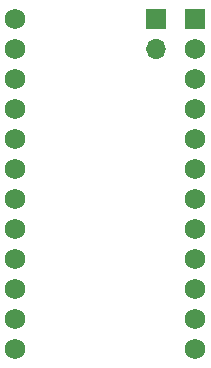
<source format=gbr>
G04 #@! TF.GenerationSoftware,KiCad,Pcbnew,(5.0.0)*
G04 #@! TF.CreationDate,2019-11-08T16:30:21-06:00*
G04 #@! TF.ProjectId,BlueMicro_LED_tester,426C75654D6963726F5F4C45445F7465,rev?*
G04 #@! TF.SameCoordinates,Original*
G04 #@! TF.FileFunction,Copper,L2,Bot,Signal*
G04 #@! TF.FilePolarity,Positive*
%FSLAX46Y46*%
G04 Gerber Fmt 4.6, Leading zero omitted, Abs format (unit mm)*
G04 Created by KiCad (PCBNEW (5.0.0)) date 11/08/19 16:30:21*
%MOMM*%
%LPD*%
G01*
G04 APERTURE LIST*
G04 #@! TA.AperFunction,ComponentPad*
%ADD10R,1.700000X1.700000*%
G04 #@! TD*
G04 #@! TA.AperFunction,ComponentPad*
%ADD11O,1.700000X1.700000*%
G04 #@! TD*
G04 #@! TA.AperFunction,ComponentPad*
%ADD12R,1.752600X1.752600*%
G04 #@! TD*
G04 #@! TA.AperFunction,ComponentPad*
%ADD13C,1.752600*%
G04 #@! TD*
G04 APERTURE END LIST*
D10*
G04 #@! TO.P,J1,1*
G04 #@! TO.N,Net-(D1-Pad2)*
X114300000Y-72390000D03*
D11*
G04 #@! TO.P,J1,2*
G04 #@! TO.N,Net-(J1-Pad2)*
X114300000Y-74930000D03*
G04 #@! TD*
D12*
G04 #@! TO.P,U1,1*
G04 #@! TO.N,Net-(D1-Pad2)*
X117620000Y-72390000D03*
D13*
G04 #@! TO.P,U1,2*
G04 #@! TO.N,Net-(J1-Pad2)*
X117620000Y-74930000D03*
G04 #@! TO.P,U1,3*
G04 #@! TO.N,Net-(SW1-Pad1)*
X117620000Y-77470000D03*
G04 #@! TO.P,U1,4*
G04 #@! TO.N,Net-(D12-Pad2)*
X117620000Y-80010000D03*
G04 #@! TO.P,U1,5*
G04 #@! TO.N,Net-(D13-Pad2)*
X117620000Y-82550000D03*
G04 #@! TO.P,U1,6*
G04 #@! TO.N,Net-(D14-Pad2)*
X117620000Y-85090000D03*
G04 #@! TO.P,U1,7*
G04 #@! TO.N,Net-(D15-Pad2)*
X117620000Y-87630000D03*
G04 #@! TO.P,U1,8*
G04 #@! TO.N,Net-(D16-Pad2)*
X117620000Y-90170000D03*
G04 #@! TO.P,U1,9*
G04 #@! TO.N,Net-(D17-Pad2)*
X117620000Y-92710000D03*
G04 #@! TO.P,U1,10*
G04 #@! TO.N,Net-(D18-Pad2)*
X117620000Y-95250000D03*
G04 #@! TO.P,U1,11*
G04 #@! TO.N,Net-(D19-Pad2)*
X117620000Y-97790000D03*
G04 #@! TO.P,U1,12*
G04 #@! TO.N,Net-(D20-Pad2)*
X117620000Y-100330000D03*
G04 #@! TO.P,U1,24*
G04 #@! TO.N,Net-(D11-Pad2)*
X102380000Y-100330000D03*
G04 #@! TO.P,U1,23*
G04 #@! TO.N,Net-(D10-Pad2)*
X102380000Y-97790000D03*
G04 #@! TO.P,U1,22*
G04 #@! TO.N,Net-(D9-Pad2)*
X102380000Y-95250000D03*
G04 #@! TO.P,U1,21*
G04 #@! TO.N,Net-(D8-Pad2)*
X102380000Y-92710000D03*
G04 #@! TO.P,U1,20*
G04 #@! TO.N,Net-(D7-Pad2)*
X102380000Y-90170000D03*
G04 #@! TO.P,U1,19*
G04 #@! TO.N,Net-(D6-Pad2)*
X102380000Y-87630000D03*
G04 #@! TO.P,U1,18*
G04 #@! TO.N,Net-(D5-Pad2)*
X102380000Y-85090000D03*
G04 #@! TO.P,U1,17*
G04 #@! TO.N,Net-(D4-Pad2)*
X102380000Y-82550000D03*
G04 #@! TO.P,U1,16*
G04 #@! TO.N,Net-(R10-Pad2)*
X102380000Y-80010000D03*
G04 #@! TO.P,U1,15*
X102380000Y-77470000D03*
G04 #@! TO.P,U1,14*
G04 #@! TO.N,Net-(D3-Pad2)*
X102380000Y-74930000D03*
G04 #@! TO.P,U1,13*
G04 #@! TO.N,Net-(D2-Pad2)*
X102380000Y-72390000D03*
G04 #@! TD*
M02*

</source>
